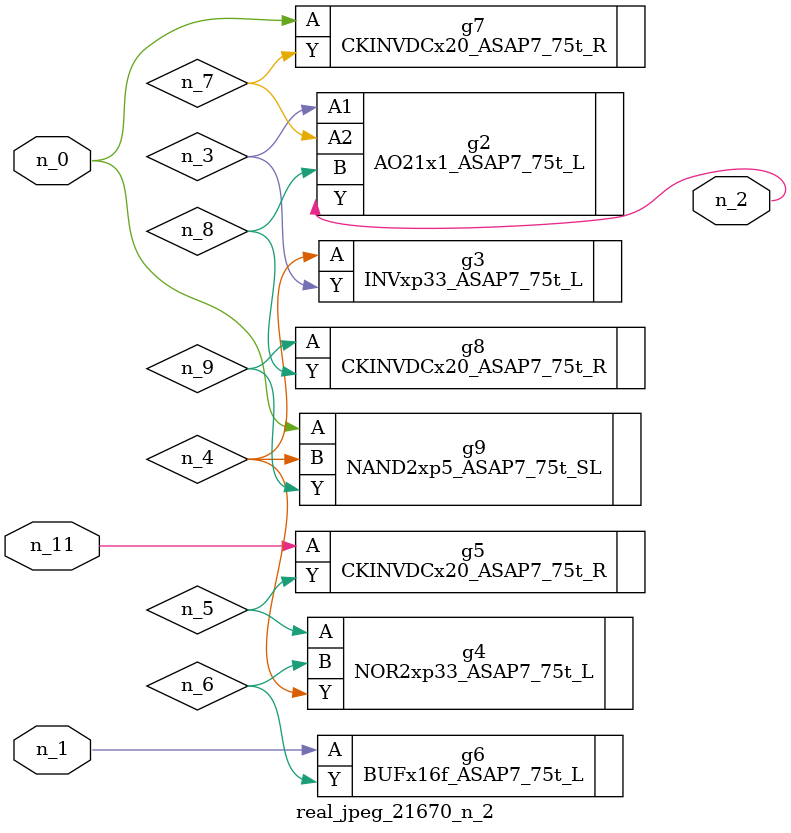
<source format=v>
module real_jpeg_21670_n_2 (n_1, n_11, n_0, n_2);

input n_1;
input n_11;
input n_0;

output n_2;

wire n_5;
wire n_4;
wire n_8;
wire n_6;
wire n_7;
wire n_3;
wire n_9;

CKINVDCx20_ASAP7_75t_R g7 ( 
.A(n_0),
.Y(n_7)
);

NAND2xp5_ASAP7_75t_SL g9 ( 
.A(n_0),
.B(n_4),
.Y(n_9)
);

BUFx16f_ASAP7_75t_L g6 ( 
.A(n_1),
.Y(n_6)
);

AO21x1_ASAP7_75t_L g2 ( 
.A1(n_3),
.A2(n_7),
.B(n_8),
.Y(n_2)
);

INVxp33_ASAP7_75t_L g3 ( 
.A(n_4),
.Y(n_3)
);

NOR2xp33_ASAP7_75t_L g4 ( 
.A(n_5),
.B(n_6),
.Y(n_4)
);

CKINVDCx20_ASAP7_75t_R g8 ( 
.A(n_9),
.Y(n_8)
);

CKINVDCx20_ASAP7_75t_R g5 ( 
.A(n_11),
.Y(n_5)
);


endmodule
</source>
